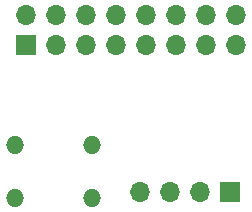
<source format=gbs>
G04 #@! TF.GenerationSoftware,KiCad,Pcbnew,5.1.10-88a1d61d58~90~ubuntu20.04.1*
G04 #@! TF.CreationDate,2021-08-20T19:04:53-03:00*
G04 #@! TF.ProjectId,003_Raspberry_Pi_HAT,3030335f-5261-4737-9062-657272795f50,V1*
G04 #@! TF.SameCoordinates,Original*
G04 #@! TF.FileFunction,Soldermask,Bot*
G04 #@! TF.FilePolarity,Negative*
%FSLAX46Y46*%
G04 Gerber Fmt 4.6, Leading zero omitted, Abs format (unit mm)*
G04 Created by KiCad (PCBNEW 5.1.10-88a1d61d58~90~ubuntu20.04.1) date 2021-08-20 19:04:53*
%MOMM*%
%LPD*%
G01*
G04 APERTURE LIST*
%ADD10O,1.524000X1.524000*%
%ADD11R,1.700000X1.700000*%
%ADD12O,1.700000X1.700000*%
G04 APERTURE END LIST*
D10*
X108254800Y-112039400D03*
X114757200Y-112039400D03*
X108254800Y-116560600D03*
X114757200Y-116560600D03*
D11*
X126492000Y-116078000D03*
D12*
X123952000Y-116078000D03*
X121412000Y-116078000D03*
X118872000Y-116078000D03*
D11*
X109220000Y-103632000D03*
D12*
X109220000Y-101092000D03*
X111760000Y-103632000D03*
X111760000Y-101092000D03*
X114300000Y-103632000D03*
X114300000Y-101092000D03*
X116840000Y-103632000D03*
X116840000Y-101092000D03*
X119380000Y-103632000D03*
X119380000Y-101092000D03*
X121920000Y-103632000D03*
X121920000Y-101092000D03*
X124460000Y-103632000D03*
X124460000Y-101092000D03*
X127000000Y-103632000D03*
X127000000Y-101092000D03*
M02*

</source>
